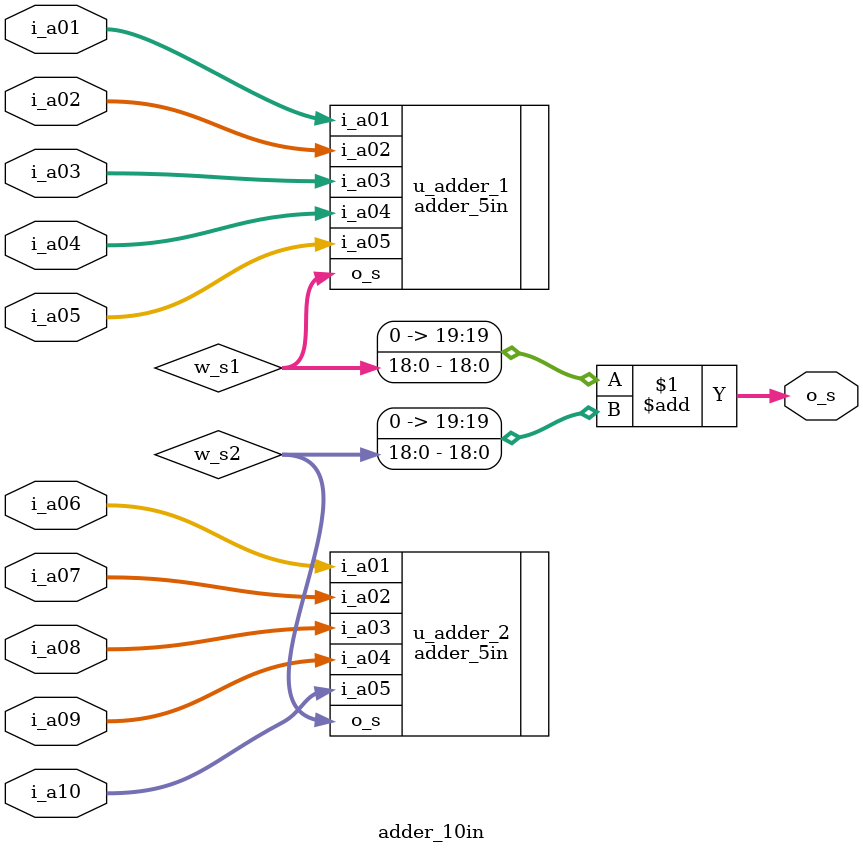
<source format=v>
module adder_10in
#(
parameter p_width= 16)
(
input  [p_width-1:0] i_a01,
input  [p_width-1:0] i_a02,
input  [p_width-1:0] i_a03,
input  [p_width-1:0] i_a04,
input  [p_width-1:0] i_a05,
input  [p_width-1:0] i_a06,
input  [p_width-1:0] i_a07,
input  [p_width-1:0] i_a08,
input  [p_width-1:0] i_a09,
input  [p_width-1:0] i_a10,
output [p_width+3:0] o_s 
);

wire [p_width+2:0] w_s1;
wire [p_width+2:0] w_s2;

adder_5in
#(.p_width(p_width)) u_adder_1
(
.i_a01(i_a01),
.i_a02(i_a02),
.i_a03(i_a03),
.i_a04(i_a04),
.i_a05(i_a05),
.o_s(w_s1)
);

adder_5in
#(.p_width(p_width)) u_adder_2
(
.i_a01(i_a06),
.i_a02(i_a07),
.i_a03(i_a08),
.i_a04(i_a09),
.i_a05(i_a10),
.o_s(w_s2)
);
assign o_s = {1'b0,w_s1} + {1'b0, w_s2};
endmodule
</source>
